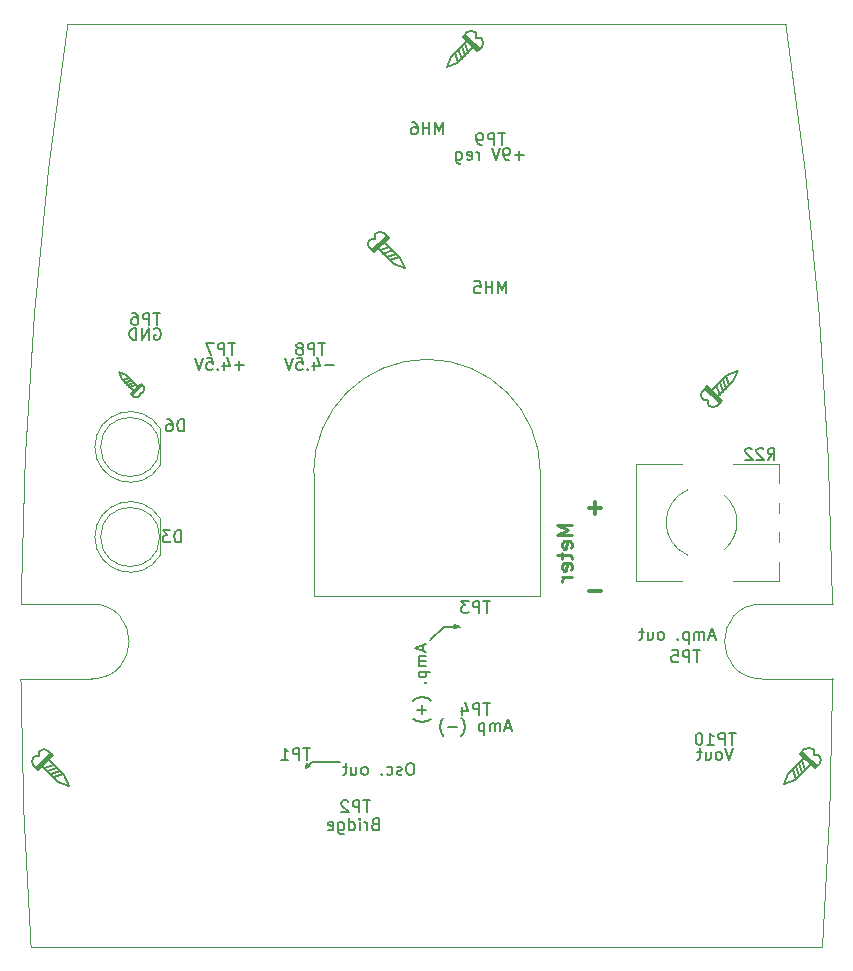
<source format=gbr>
G04 #@! TF.FileFunction,Legend,Bot*
%FSLAX46Y46*%
G04 Gerber Fmt 4.6, Leading zero omitted, Abs format (unit mm)*
G04 Created by KiCad (PCBNEW 4.0.7-e2-6376~61~ubuntu18.04.1) date Fri Jan 25 16:45:16 2019*
%MOMM*%
%LPD*%
G01*
G04 APERTURE LIST*
%ADD10C,0.100000*%
%ADD11C,0.200000*%
%ADD12C,0.300000*%
%ADD13C,0.250000*%
%ADD14C,0.120000*%
%ADD15C,0.150000*%
G04 APERTURE END LIST*
D10*
D11*
X154813000Y-99060000D02*
X156210000Y-99060000D01*
X153670000Y-100203000D02*
X154813000Y-99060000D01*
X156210000Y-99060000D02*
X155702000Y-99187000D01*
X156210000Y-99060000D02*
X155702000Y-98933000D01*
X143637000Y-110490000D02*
X146050000Y-110490000D01*
X143129000Y-110998000D02*
X143637000Y-110490000D01*
X143129000Y-110998000D02*
X143510000Y-110871000D01*
X143129000Y-110998000D02*
X143256000Y-110617000D01*
D12*
X168135238Y-88992857D02*
X167144762Y-88992857D01*
X167640000Y-89488095D02*
X167640000Y-88497619D01*
X168135238Y-95977857D02*
X167144762Y-95977857D01*
D13*
X165688095Y-90388572D02*
X164388095Y-90388572D01*
X165316667Y-90821905D01*
X164388095Y-91255238D01*
X165688095Y-91255238D01*
X165626190Y-92369524D02*
X165688095Y-92245714D01*
X165688095Y-91998095D01*
X165626190Y-91874286D01*
X165502381Y-91812381D01*
X165007143Y-91812381D01*
X164883333Y-91874286D01*
X164821429Y-91998095D01*
X164821429Y-92245714D01*
X164883333Y-92369524D01*
X165007143Y-92431429D01*
X165130952Y-92431429D01*
X165254762Y-91812381D01*
X164821429Y-92802858D02*
X164821429Y-93298096D01*
X164388095Y-92988572D02*
X165502381Y-92988572D01*
X165626190Y-93050477D01*
X165688095Y-93174286D01*
X165688095Y-93298096D01*
X165626190Y-94226667D02*
X165688095Y-94102857D01*
X165688095Y-93855238D01*
X165626190Y-93731429D01*
X165502381Y-93669524D01*
X165007143Y-93669524D01*
X164883333Y-93731429D01*
X164821429Y-93855238D01*
X164821429Y-94102857D01*
X164883333Y-94226667D01*
X165007143Y-94288572D01*
X165130952Y-94288572D01*
X165254762Y-93669524D01*
X165688095Y-94845715D02*
X164821429Y-94845715D01*
X165069048Y-94845715D02*
X164945238Y-94907620D01*
X164883333Y-94969524D01*
X164821429Y-95093334D01*
X164821429Y-95217143D01*
D10*
X153400000Y-76400000D02*
G75*
G03X143800000Y-86000000I0J-9600000D01*
G01*
X163000000Y-86000000D02*
G75*
G03X153400000Y-76400000I-9600000J0D01*
G01*
X143800000Y-96400000D02*
X143800000Y-86000000D01*
X163000000Y-96400000D02*
X163000000Y-86000000D01*
X143800000Y-96400000D02*
X163000000Y-96400000D01*
X119038933Y-97119337D02*
G75*
G02X123000000Y-48000000I357321529J-4095632D01*
G01*
X183777337Y-48000000D02*
X123000000Y-48000000D01*
X183777337Y-48000000D02*
G75*
G02X187738404Y-97119337I-353360462J-53214969D01*
G01*
X181762789Y-97119337D02*
X187738404Y-97119337D01*
X181762789Y-103444787D02*
G75*
G02X181762789Y-97119337I0J3162725D01*
G01*
X187754918Y-103444786D02*
X181762789Y-103444786D01*
X187754919Y-103444787D02*
G75*
G02X186888669Y-126181137I-357338044J2229818D01*
G01*
X119888669Y-126181137D02*
X186888669Y-126181137D01*
X119888669Y-126181136D02*
G75*
G02X119022419Y-103444786I356471793J24966167D01*
G01*
X125014548Y-103444786D02*
X119022419Y-103444786D01*
X125014548Y-97119338D02*
G75*
G02X125014548Y-103444786I0J-3162724D01*
G01*
X119038933Y-97119337D02*
X125014548Y-97119337D01*
D14*
X175478018Y-87447568D02*
G75*
G03X175477000Y-92972000I1171982J-2762432D01*
G01*
X178578295Y-92507753D02*
G75*
G03X178578000Y-87912000I-1928295J2297753D01*
G01*
X183210000Y-85249000D02*
X179344000Y-85249000D01*
X174955000Y-85249000D02*
X171090000Y-85249000D01*
X183210000Y-95170000D02*
X179344000Y-95170000D01*
X174955000Y-95170000D02*
X171090000Y-95170000D01*
X183210000Y-85249000D02*
X183210000Y-86885000D01*
X183210000Y-88535000D02*
X183210000Y-89385000D01*
X183210000Y-91035000D02*
X183210000Y-91885000D01*
X183210000Y-93535000D02*
X183210000Y-95170000D01*
X171090000Y-85249000D02*
X171090000Y-95170000D01*
D15*
X128211013Y-78722723D02*
X128749828Y-78543118D01*
X128031408Y-78543118D02*
X128570223Y-78363513D01*
X127851803Y-78363513D02*
X128390618Y-78183908D01*
X127672197Y-78183908D02*
X128211013Y-78004303D01*
X129019236Y-79530946D02*
X129109038Y-79441144D01*
X129109038Y-79441144D02*
X129109038Y-79261538D01*
X129109038Y-79261538D02*
X129288644Y-79261538D01*
X129288644Y-79261538D02*
X129378446Y-79171736D01*
X129019236Y-79530946D02*
G75*
G02X128480420Y-79530946I-269408J269408D01*
G01*
X129378446Y-78632920D02*
G75*
G02X129378446Y-79171736I-269408J-269408D01*
G01*
X128300815Y-79351341D02*
X128480420Y-79530946D01*
X129198841Y-78453315D02*
X129378446Y-78632920D01*
X128390618Y-79441144D02*
X129288644Y-78543118D01*
X128300815Y-79351341D02*
X129198841Y-78453315D01*
X127941605Y-77734895D02*
X128929433Y-78722723D01*
X127582395Y-78094105D02*
X128570223Y-79081933D01*
X127312987Y-77465487D02*
X127582395Y-78094105D01*
X127312987Y-77465487D02*
X127941605Y-77734895D01*
D14*
X125280000Y-91440462D02*
G75*
G02X130830000Y-89895170I2990000J462D01*
G01*
X125280000Y-91439538D02*
G75*
G03X130830000Y-92984830I2990000J-462D01*
G01*
X130770000Y-91440000D02*
G75*
G03X130770000Y-91440000I-2500000J0D01*
G01*
X130830000Y-89895000D02*
X130830000Y-92985000D01*
X125280000Y-83820462D02*
G75*
G02X130830000Y-82275170I2990000J462D01*
G01*
X125280000Y-83819538D02*
G75*
G03X130830000Y-85364830I2990000J-462D01*
G01*
X130770000Y-83820000D02*
G75*
G03X130770000Y-83820000I-2500000J0D01*
G01*
X130830000Y-82275000D02*
X130830000Y-85365000D01*
D11*
X157857261Y-50155974D02*
X156600026Y-48898739D01*
X157767459Y-50245777D02*
X156510223Y-48988541D01*
X157677656Y-50335580D02*
X156420420Y-49078344D01*
X157587854Y-48808936D02*
X157498051Y-48719133D01*
X158036867Y-49257949D02*
X157947064Y-49168146D01*
X157947064Y-49168146D02*
X157587854Y-49168146D01*
X157587854Y-49168146D02*
X157587854Y-48808936D01*
D15*
X155432592Y-50784592D02*
X156779631Y-49437554D01*
X155971408Y-51323408D02*
X157318446Y-49976369D01*
X156869433Y-50425382D02*
X156600026Y-49617159D01*
X156600026Y-50694790D02*
X156330618Y-49886567D01*
X156330618Y-50964197D02*
X156061210Y-50155974D01*
X156061210Y-51233605D02*
X155791803Y-50425382D01*
X155073382Y-51682618D02*
X155432592Y-50784592D01*
X155073382Y-51682618D02*
X155971408Y-51323408D01*
D11*
X158036866Y-49257948D02*
G75*
G02X158036867Y-49976369I-359210J-359211D01*
G01*
X156779630Y-48719134D02*
G75*
G02X157498051Y-48719133I359211J-359210D01*
G01*
X157677656Y-50335580D02*
X158036867Y-49976369D01*
X156420420Y-49078344D02*
X156779631Y-48719133D01*
X149977974Y-65916739D02*
X148720739Y-67173974D01*
X150067777Y-66006541D02*
X148810541Y-67263777D01*
X150157580Y-66096344D02*
X148900344Y-67353580D01*
X148630936Y-66186146D02*
X148541133Y-66275949D01*
X149079949Y-65737133D02*
X148990146Y-65826936D01*
X148990146Y-65826936D02*
X148990146Y-66186146D01*
X148990146Y-66186146D02*
X148630936Y-66186146D01*
D15*
X150606592Y-68341408D02*
X149259554Y-66994369D01*
X151145408Y-67802592D02*
X149798369Y-66455554D01*
X150247382Y-66904567D02*
X149439159Y-67173974D01*
X150516790Y-67173974D02*
X149708567Y-67443382D01*
X150786197Y-67443382D02*
X149977974Y-67712790D01*
X151055605Y-67712790D02*
X150247382Y-67982197D01*
X151504618Y-68700618D02*
X150606592Y-68341408D01*
X151504618Y-68700618D02*
X151145408Y-67802592D01*
D11*
X149079948Y-65737134D02*
G75*
G02X149798369Y-65737133I359211J-359210D01*
G01*
X148541134Y-66994370D02*
G75*
G02X148541133Y-66275949I359210J359211D01*
G01*
X150157580Y-66096344D02*
X149798369Y-65737133D01*
X148900344Y-67353580D02*
X148541133Y-66994369D01*
X176914739Y-78876026D02*
X178171974Y-80133261D01*
X177004541Y-78786223D02*
X178261777Y-80043459D01*
X177094344Y-78696420D02*
X178351580Y-79953656D01*
X177184146Y-80223064D02*
X177273949Y-80312867D01*
X176735133Y-79774051D02*
X176824936Y-79863854D01*
X176824936Y-79863854D02*
X177184146Y-79863854D01*
X177184146Y-79863854D02*
X177184146Y-80223064D01*
D15*
X179339408Y-78247408D02*
X177992369Y-79594446D01*
X178800592Y-77708592D02*
X177453554Y-79055631D01*
X177902567Y-78606618D02*
X178171974Y-79414841D01*
X178171974Y-78337210D02*
X178441382Y-79145433D01*
X178441382Y-78067803D02*
X178710790Y-78876026D01*
X178710790Y-77798395D02*
X178980197Y-78606618D01*
X179698618Y-77349382D02*
X179339408Y-78247408D01*
X179698618Y-77349382D02*
X178800592Y-77708592D01*
D11*
X176735134Y-79774052D02*
G75*
G02X176735133Y-79055631I359210J359211D01*
G01*
X177992370Y-80312866D02*
G75*
G02X177273949Y-80312867I-359211J359210D01*
G01*
X177094344Y-78696420D02*
X176735133Y-79055631D01*
X178351580Y-79953656D02*
X177992369Y-80312867D01*
X186432261Y-110861974D02*
X185175026Y-109604739D01*
X186342459Y-110951777D02*
X185085223Y-109694541D01*
X186252656Y-111041580D02*
X184995420Y-109784344D01*
X186162854Y-109514936D02*
X186073051Y-109425133D01*
X186611867Y-109963949D02*
X186522064Y-109874146D01*
X186522064Y-109874146D02*
X186162854Y-109874146D01*
X186162854Y-109874146D02*
X186162854Y-109514936D01*
D15*
X184007592Y-111490592D02*
X185354631Y-110143554D01*
X184546408Y-112029408D02*
X185893446Y-110682369D01*
X185444433Y-111131382D02*
X185175026Y-110323159D01*
X185175026Y-111400790D02*
X184905618Y-110592567D01*
X184905618Y-111670197D02*
X184636210Y-110861974D01*
X184636210Y-111939605D02*
X184366803Y-111131382D01*
X183648382Y-112388618D02*
X184007592Y-111490592D01*
X183648382Y-112388618D02*
X184546408Y-112029408D01*
D11*
X186611866Y-109963948D02*
G75*
G02X186611867Y-110682369I-359210J-359211D01*
G01*
X185354630Y-109425134D02*
G75*
G02X186073051Y-109425133I359211J-359210D01*
G01*
X186252656Y-111041580D02*
X186611867Y-110682369D01*
X184995420Y-109784344D02*
X185354631Y-109425133D01*
X121529974Y-109731739D02*
X120272739Y-110988974D01*
X121619777Y-109821541D02*
X120362541Y-111078777D01*
X121709580Y-109911344D02*
X120452344Y-111168580D01*
X120182936Y-110001146D02*
X120093133Y-110090949D01*
X120631949Y-109552133D02*
X120542146Y-109641936D01*
X120542146Y-109641936D02*
X120542146Y-110001146D01*
X120542146Y-110001146D02*
X120182936Y-110001146D01*
D15*
X122158592Y-112156408D02*
X120811554Y-110809369D01*
X122697408Y-111617592D02*
X121350369Y-110270554D01*
X121799382Y-110719567D02*
X120991159Y-110988974D01*
X122068790Y-110988974D02*
X121260567Y-111258382D01*
X122338197Y-111258382D02*
X121529974Y-111527790D01*
X122607605Y-111527790D02*
X121799382Y-111797197D01*
X123056618Y-112515618D02*
X122158592Y-112156408D01*
X123056618Y-112515618D02*
X122697408Y-111617592D01*
D11*
X120631948Y-109552134D02*
G75*
G02X121350369Y-109552133I359211J-359210D01*
G01*
X120093134Y-110809370D02*
G75*
G02X120093133Y-110090949I359210J359211D01*
G01*
X121709580Y-109911344D02*
X121350369Y-109552133D01*
X120452344Y-111168580D02*
X120093133Y-110809369D01*
D15*
X182252857Y-84907381D02*
X182586191Y-84431190D01*
X182824286Y-84907381D02*
X182824286Y-83907381D01*
X182443333Y-83907381D01*
X182348095Y-83955000D01*
X182300476Y-84002619D01*
X182252857Y-84097857D01*
X182252857Y-84240714D01*
X182300476Y-84335952D01*
X182348095Y-84383571D01*
X182443333Y-84431190D01*
X182824286Y-84431190D01*
X181871905Y-84002619D02*
X181824286Y-83955000D01*
X181729048Y-83907381D01*
X181490952Y-83907381D01*
X181395714Y-83955000D01*
X181348095Y-84002619D01*
X181300476Y-84097857D01*
X181300476Y-84193095D01*
X181348095Y-84335952D01*
X181919524Y-84907381D01*
X181300476Y-84907381D01*
X180919524Y-84002619D02*
X180871905Y-83955000D01*
X180776667Y-83907381D01*
X180538571Y-83907381D01*
X180443333Y-83955000D01*
X180395714Y-84002619D01*
X180348095Y-84097857D01*
X180348095Y-84193095D01*
X180395714Y-84335952D01*
X180967143Y-84907381D01*
X180348095Y-84907381D01*
X132564095Y-91892381D02*
X132564095Y-90892381D01*
X132326000Y-90892381D01*
X132183142Y-90940000D01*
X132087904Y-91035238D01*
X132040285Y-91130476D01*
X131992666Y-91320952D01*
X131992666Y-91463810D01*
X132040285Y-91654286D01*
X132087904Y-91749524D01*
X132183142Y-91844762D01*
X132326000Y-91892381D01*
X132564095Y-91892381D01*
X131659333Y-90892381D02*
X131040285Y-90892381D01*
X131373619Y-91273333D01*
X131230761Y-91273333D01*
X131135523Y-91320952D01*
X131087904Y-91368571D01*
X131040285Y-91463810D01*
X131040285Y-91701905D01*
X131087904Y-91797143D01*
X131135523Y-91844762D01*
X131230761Y-91892381D01*
X131516476Y-91892381D01*
X131611714Y-91844762D01*
X131659333Y-91797143D01*
X132818095Y-82494381D02*
X132818095Y-81494381D01*
X132580000Y-81494381D01*
X132437142Y-81542000D01*
X132341904Y-81637238D01*
X132294285Y-81732476D01*
X132246666Y-81922952D01*
X132246666Y-82065810D01*
X132294285Y-82256286D01*
X132341904Y-82351524D01*
X132437142Y-82446762D01*
X132580000Y-82494381D01*
X132818095Y-82494381D01*
X131389523Y-81494381D02*
X131580000Y-81494381D01*
X131675238Y-81542000D01*
X131722857Y-81589619D01*
X131818095Y-81732476D01*
X131865714Y-81922952D01*
X131865714Y-82303905D01*
X131818095Y-82399143D01*
X131770476Y-82446762D01*
X131675238Y-82494381D01*
X131484761Y-82494381D01*
X131389523Y-82446762D01*
X131341904Y-82399143D01*
X131294285Y-82303905D01*
X131294285Y-82065810D01*
X131341904Y-81970571D01*
X131389523Y-81922952D01*
X131484761Y-81875333D01*
X131675238Y-81875333D01*
X131770476Y-81922952D01*
X131818095Y-81970571D01*
X131865714Y-82065810D01*
X143501905Y-109307381D02*
X142930476Y-109307381D01*
X143216191Y-110307381D02*
X143216191Y-109307381D01*
X142597143Y-110307381D02*
X142597143Y-109307381D01*
X142216190Y-109307381D01*
X142120952Y-109355000D01*
X142073333Y-109402619D01*
X142025714Y-109497857D01*
X142025714Y-109640714D01*
X142073333Y-109735952D01*
X142120952Y-109783571D01*
X142216190Y-109831190D01*
X142597143Y-109831190D01*
X141073333Y-110307381D02*
X141644762Y-110307381D01*
X141359048Y-110307381D02*
X141359048Y-109307381D01*
X141454286Y-109450238D01*
X141549524Y-109545476D01*
X141644762Y-109593095D01*
X152090096Y-110577381D02*
X151899619Y-110577381D01*
X151804381Y-110625000D01*
X151709143Y-110720238D01*
X151661524Y-110910714D01*
X151661524Y-111244048D01*
X151709143Y-111434524D01*
X151804381Y-111529762D01*
X151899619Y-111577381D01*
X152090096Y-111577381D01*
X152185334Y-111529762D01*
X152280572Y-111434524D01*
X152328191Y-111244048D01*
X152328191Y-110910714D01*
X152280572Y-110720238D01*
X152185334Y-110625000D01*
X152090096Y-110577381D01*
X151280572Y-111529762D02*
X151185334Y-111577381D01*
X150994858Y-111577381D01*
X150899619Y-111529762D01*
X150852000Y-111434524D01*
X150852000Y-111386905D01*
X150899619Y-111291667D01*
X150994858Y-111244048D01*
X151137715Y-111244048D01*
X151232953Y-111196429D01*
X151280572Y-111101190D01*
X151280572Y-111053571D01*
X151232953Y-110958333D01*
X151137715Y-110910714D01*
X150994858Y-110910714D01*
X150899619Y-110958333D01*
X149994857Y-111529762D02*
X150090095Y-111577381D01*
X150280572Y-111577381D01*
X150375810Y-111529762D01*
X150423429Y-111482143D01*
X150471048Y-111386905D01*
X150471048Y-111101190D01*
X150423429Y-111005952D01*
X150375810Y-110958333D01*
X150280572Y-110910714D01*
X150090095Y-110910714D01*
X149994857Y-110958333D01*
X149566286Y-111482143D02*
X149518667Y-111529762D01*
X149566286Y-111577381D01*
X149613905Y-111529762D01*
X149566286Y-111482143D01*
X149566286Y-111577381D01*
X148185334Y-111577381D02*
X148280572Y-111529762D01*
X148328191Y-111482143D01*
X148375810Y-111386905D01*
X148375810Y-111101190D01*
X148328191Y-111005952D01*
X148280572Y-110958333D01*
X148185334Y-110910714D01*
X148042476Y-110910714D01*
X147947238Y-110958333D01*
X147899619Y-111005952D01*
X147852000Y-111101190D01*
X147852000Y-111386905D01*
X147899619Y-111482143D01*
X147947238Y-111529762D01*
X148042476Y-111577381D01*
X148185334Y-111577381D01*
X146994857Y-110910714D02*
X146994857Y-111577381D01*
X147423429Y-110910714D02*
X147423429Y-111434524D01*
X147375810Y-111529762D01*
X147280572Y-111577381D01*
X147137714Y-111577381D01*
X147042476Y-111529762D01*
X146994857Y-111482143D01*
X146661524Y-110910714D02*
X146280572Y-110910714D01*
X146518667Y-110577381D02*
X146518667Y-111434524D01*
X146471048Y-111529762D01*
X146375810Y-111577381D01*
X146280572Y-111577381D01*
X148581905Y-113752381D02*
X148010476Y-113752381D01*
X148296191Y-114752381D02*
X148296191Y-113752381D01*
X147677143Y-114752381D02*
X147677143Y-113752381D01*
X147296190Y-113752381D01*
X147200952Y-113800000D01*
X147153333Y-113847619D01*
X147105714Y-113942857D01*
X147105714Y-114085714D01*
X147153333Y-114180952D01*
X147200952Y-114228571D01*
X147296190Y-114276190D01*
X147677143Y-114276190D01*
X146724762Y-113847619D02*
X146677143Y-113800000D01*
X146581905Y-113752381D01*
X146343809Y-113752381D01*
X146248571Y-113800000D01*
X146200952Y-113847619D01*
X146153333Y-113942857D01*
X146153333Y-114038095D01*
X146200952Y-114180952D01*
X146772381Y-114752381D01*
X146153333Y-114752381D01*
X149002523Y-115752571D02*
X148859666Y-115800190D01*
X148812047Y-115847810D01*
X148764428Y-115943048D01*
X148764428Y-116085905D01*
X148812047Y-116181143D01*
X148859666Y-116228762D01*
X148954904Y-116276381D01*
X149335857Y-116276381D01*
X149335857Y-115276381D01*
X149002523Y-115276381D01*
X148907285Y-115324000D01*
X148859666Y-115371619D01*
X148812047Y-115466857D01*
X148812047Y-115562095D01*
X148859666Y-115657333D01*
X148907285Y-115704952D01*
X149002523Y-115752571D01*
X149335857Y-115752571D01*
X148335857Y-116276381D02*
X148335857Y-115609714D01*
X148335857Y-115800190D02*
X148288238Y-115704952D01*
X148240619Y-115657333D01*
X148145381Y-115609714D01*
X148050142Y-115609714D01*
X147716809Y-116276381D02*
X147716809Y-115609714D01*
X147716809Y-115276381D02*
X147764428Y-115324000D01*
X147716809Y-115371619D01*
X147669190Y-115324000D01*
X147716809Y-115276381D01*
X147716809Y-115371619D01*
X146812047Y-116276381D02*
X146812047Y-115276381D01*
X146812047Y-116228762D02*
X146907285Y-116276381D01*
X147097762Y-116276381D01*
X147193000Y-116228762D01*
X147240619Y-116181143D01*
X147288238Y-116085905D01*
X147288238Y-115800190D01*
X147240619Y-115704952D01*
X147193000Y-115657333D01*
X147097762Y-115609714D01*
X146907285Y-115609714D01*
X146812047Y-115657333D01*
X145907285Y-115609714D02*
X145907285Y-116419238D01*
X145954904Y-116514476D01*
X146002523Y-116562095D01*
X146097762Y-116609714D01*
X146240619Y-116609714D01*
X146335857Y-116562095D01*
X145907285Y-116228762D02*
X146002523Y-116276381D01*
X146193000Y-116276381D01*
X146288238Y-116228762D01*
X146335857Y-116181143D01*
X146383476Y-116085905D01*
X146383476Y-115800190D01*
X146335857Y-115704952D01*
X146288238Y-115657333D01*
X146193000Y-115609714D01*
X146002523Y-115609714D01*
X145907285Y-115657333D01*
X145050142Y-116228762D02*
X145145380Y-116276381D01*
X145335857Y-116276381D01*
X145431095Y-116228762D01*
X145478714Y-116133524D01*
X145478714Y-115752571D01*
X145431095Y-115657333D01*
X145335857Y-115609714D01*
X145145380Y-115609714D01*
X145050142Y-115657333D01*
X145002523Y-115752571D01*
X145002523Y-115847810D01*
X145478714Y-115943048D01*
X158741905Y-96861381D02*
X158170476Y-96861381D01*
X158456191Y-97861381D02*
X158456191Y-96861381D01*
X157837143Y-97861381D02*
X157837143Y-96861381D01*
X157456190Y-96861381D01*
X157360952Y-96909000D01*
X157313333Y-96956619D01*
X157265714Y-97051857D01*
X157265714Y-97194714D01*
X157313333Y-97289952D01*
X157360952Y-97337571D01*
X157456190Y-97385190D01*
X157837143Y-97385190D01*
X156932381Y-96861381D02*
X156313333Y-96861381D01*
X156646667Y-97242333D01*
X156503809Y-97242333D01*
X156408571Y-97289952D01*
X156360952Y-97337571D01*
X156313333Y-97432810D01*
X156313333Y-97670905D01*
X156360952Y-97766143D01*
X156408571Y-97813762D01*
X156503809Y-97861381D01*
X156789524Y-97861381D01*
X156884762Y-97813762D01*
X156932381Y-97766143D01*
X153074667Y-100624095D02*
X153074667Y-101100286D01*
X153360381Y-100528857D02*
X152360381Y-100862190D01*
X153360381Y-101195524D01*
X153360381Y-101528857D02*
X152693714Y-101528857D01*
X152788952Y-101528857D02*
X152741333Y-101576476D01*
X152693714Y-101671714D01*
X152693714Y-101814572D01*
X152741333Y-101909810D01*
X152836571Y-101957429D01*
X153360381Y-101957429D01*
X152836571Y-101957429D02*
X152741333Y-102005048D01*
X152693714Y-102100286D01*
X152693714Y-102243143D01*
X152741333Y-102338381D01*
X152836571Y-102386000D01*
X153360381Y-102386000D01*
X152693714Y-102862190D02*
X153693714Y-102862190D01*
X152741333Y-102862190D02*
X152693714Y-102957428D01*
X152693714Y-103147905D01*
X152741333Y-103243143D01*
X152788952Y-103290762D01*
X152884190Y-103338381D01*
X153169905Y-103338381D01*
X153265143Y-103290762D01*
X153312762Y-103243143D01*
X153360381Y-103147905D01*
X153360381Y-102957428D01*
X153312762Y-102862190D01*
X153265143Y-103766952D02*
X153312762Y-103814571D01*
X153360381Y-103766952D01*
X153312762Y-103719333D01*
X153265143Y-103766952D01*
X153360381Y-103766952D01*
X153741333Y-105290762D02*
X153693714Y-105243142D01*
X153550857Y-105147904D01*
X153455619Y-105100285D01*
X153312762Y-105052666D01*
X153074667Y-105005047D01*
X152884190Y-105005047D01*
X152646095Y-105052666D01*
X152503238Y-105100285D01*
X152408000Y-105147904D01*
X152265143Y-105243142D01*
X152217524Y-105290762D01*
X152979429Y-105671714D02*
X152979429Y-106433619D01*
X153360381Y-106052667D02*
X152598476Y-106052667D01*
X153741333Y-106814571D02*
X153693714Y-106862190D01*
X153550857Y-106957428D01*
X153455619Y-107005047D01*
X153312762Y-107052666D01*
X153074667Y-107100285D01*
X152884190Y-107100285D01*
X152646095Y-107052666D01*
X152503238Y-107005047D01*
X152408000Y-106957428D01*
X152265143Y-106862190D01*
X152217524Y-106814571D01*
X158741905Y-105497381D02*
X158170476Y-105497381D01*
X158456191Y-106497381D02*
X158456191Y-105497381D01*
X157837143Y-106497381D02*
X157837143Y-105497381D01*
X157456190Y-105497381D01*
X157360952Y-105545000D01*
X157313333Y-105592619D01*
X157265714Y-105687857D01*
X157265714Y-105830714D01*
X157313333Y-105925952D01*
X157360952Y-105973571D01*
X157456190Y-106021190D01*
X157837143Y-106021190D01*
X156408571Y-105830714D02*
X156408571Y-106497381D01*
X156646667Y-105449762D02*
X156884762Y-106164048D01*
X156265714Y-106164048D01*
X160503810Y-107608667D02*
X160027619Y-107608667D01*
X160599048Y-107894381D02*
X160265715Y-106894381D01*
X159932381Y-107894381D01*
X159599048Y-107894381D02*
X159599048Y-107227714D01*
X159599048Y-107322952D02*
X159551429Y-107275333D01*
X159456191Y-107227714D01*
X159313333Y-107227714D01*
X159218095Y-107275333D01*
X159170476Y-107370571D01*
X159170476Y-107894381D01*
X159170476Y-107370571D02*
X159122857Y-107275333D01*
X159027619Y-107227714D01*
X158884762Y-107227714D01*
X158789524Y-107275333D01*
X158741905Y-107370571D01*
X158741905Y-107894381D01*
X158265715Y-107227714D02*
X158265715Y-108227714D01*
X158265715Y-107275333D02*
X158170477Y-107227714D01*
X157980000Y-107227714D01*
X157884762Y-107275333D01*
X157837143Y-107322952D01*
X157789524Y-107418190D01*
X157789524Y-107703905D01*
X157837143Y-107799143D01*
X157884762Y-107846762D01*
X157980000Y-107894381D01*
X158170477Y-107894381D01*
X158265715Y-107846762D01*
X156313333Y-108275333D02*
X156360953Y-108227714D01*
X156456191Y-108084857D01*
X156503810Y-107989619D01*
X156551429Y-107846762D01*
X156599048Y-107608667D01*
X156599048Y-107418190D01*
X156551429Y-107180095D01*
X156503810Y-107037238D01*
X156456191Y-106942000D01*
X156360953Y-106799143D01*
X156313333Y-106751524D01*
X155932381Y-107513429D02*
X155170476Y-107513429D01*
X154789524Y-108275333D02*
X154741905Y-108227714D01*
X154646667Y-108084857D01*
X154599048Y-107989619D01*
X154551429Y-107846762D01*
X154503810Y-107608667D01*
X154503810Y-107418190D01*
X154551429Y-107180095D01*
X154599048Y-107037238D01*
X154646667Y-106942000D01*
X154741905Y-106799143D01*
X154789524Y-106751524D01*
X176521905Y-101052381D02*
X175950476Y-101052381D01*
X176236191Y-102052381D02*
X176236191Y-101052381D01*
X175617143Y-102052381D02*
X175617143Y-101052381D01*
X175236190Y-101052381D01*
X175140952Y-101100000D01*
X175093333Y-101147619D01*
X175045714Y-101242857D01*
X175045714Y-101385714D01*
X175093333Y-101480952D01*
X175140952Y-101528571D01*
X175236190Y-101576190D01*
X175617143Y-101576190D01*
X174140952Y-101052381D02*
X174617143Y-101052381D01*
X174664762Y-101528571D01*
X174617143Y-101480952D01*
X174521905Y-101433333D01*
X174283809Y-101433333D01*
X174188571Y-101480952D01*
X174140952Y-101528571D01*
X174093333Y-101623810D01*
X174093333Y-101861905D01*
X174140952Y-101957143D01*
X174188571Y-102004762D01*
X174283809Y-102052381D01*
X174521905Y-102052381D01*
X174617143Y-102004762D01*
X174664762Y-101957143D01*
X177791667Y-99861667D02*
X177315476Y-99861667D01*
X177886905Y-100147381D02*
X177553572Y-99147381D01*
X177220238Y-100147381D01*
X176886905Y-100147381D02*
X176886905Y-99480714D01*
X176886905Y-99575952D02*
X176839286Y-99528333D01*
X176744048Y-99480714D01*
X176601190Y-99480714D01*
X176505952Y-99528333D01*
X176458333Y-99623571D01*
X176458333Y-100147381D01*
X176458333Y-99623571D02*
X176410714Y-99528333D01*
X176315476Y-99480714D01*
X176172619Y-99480714D01*
X176077381Y-99528333D01*
X176029762Y-99623571D01*
X176029762Y-100147381D01*
X175553572Y-99480714D02*
X175553572Y-100480714D01*
X175553572Y-99528333D02*
X175458334Y-99480714D01*
X175267857Y-99480714D01*
X175172619Y-99528333D01*
X175125000Y-99575952D01*
X175077381Y-99671190D01*
X175077381Y-99956905D01*
X175125000Y-100052143D01*
X175172619Y-100099762D01*
X175267857Y-100147381D01*
X175458334Y-100147381D01*
X175553572Y-100099762D01*
X174648810Y-100052143D02*
X174601191Y-100099762D01*
X174648810Y-100147381D01*
X174696429Y-100099762D01*
X174648810Y-100052143D01*
X174648810Y-100147381D01*
X173267858Y-100147381D02*
X173363096Y-100099762D01*
X173410715Y-100052143D01*
X173458334Y-99956905D01*
X173458334Y-99671190D01*
X173410715Y-99575952D01*
X173363096Y-99528333D01*
X173267858Y-99480714D01*
X173125000Y-99480714D01*
X173029762Y-99528333D01*
X172982143Y-99575952D01*
X172934524Y-99671190D01*
X172934524Y-99956905D01*
X172982143Y-100052143D01*
X173029762Y-100099762D01*
X173125000Y-100147381D01*
X173267858Y-100147381D01*
X172077381Y-99480714D02*
X172077381Y-100147381D01*
X172505953Y-99480714D02*
X172505953Y-100004524D01*
X172458334Y-100099762D01*
X172363096Y-100147381D01*
X172220238Y-100147381D01*
X172125000Y-100099762D01*
X172077381Y-100052143D01*
X171744048Y-99480714D02*
X171363096Y-99480714D01*
X171601191Y-99147381D02*
X171601191Y-100004524D01*
X171553572Y-100099762D01*
X171458334Y-100147381D01*
X171363096Y-100147381D01*
X130801905Y-72477381D02*
X130230476Y-72477381D01*
X130516191Y-73477381D02*
X130516191Y-72477381D01*
X129897143Y-73477381D02*
X129897143Y-72477381D01*
X129516190Y-72477381D01*
X129420952Y-72525000D01*
X129373333Y-72572619D01*
X129325714Y-72667857D01*
X129325714Y-72810714D01*
X129373333Y-72905952D01*
X129420952Y-72953571D01*
X129516190Y-73001190D01*
X129897143Y-73001190D01*
X128468571Y-72477381D02*
X128659048Y-72477381D01*
X128754286Y-72525000D01*
X128801905Y-72572619D01*
X128897143Y-72715476D01*
X128944762Y-72905952D01*
X128944762Y-73286905D01*
X128897143Y-73382143D01*
X128849524Y-73429762D01*
X128754286Y-73477381D01*
X128563809Y-73477381D01*
X128468571Y-73429762D01*
X128420952Y-73382143D01*
X128373333Y-73286905D01*
X128373333Y-73048810D01*
X128420952Y-72953571D01*
X128468571Y-72905952D01*
X128563809Y-72858333D01*
X128754286Y-72858333D01*
X128849524Y-72905952D01*
X128897143Y-72953571D01*
X128944762Y-73048810D01*
X130301904Y-73795000D02*
X130397142Y-73747381D01*
X130539999Y-73747381D01*
X130682857Y-73795000D01*
X130778095Y-73890238D01*
X130825714Y-73985476D01*
X130873333Y-74175952D01*
X130873333Y-74318810D01*
X130825714Y-74509286D01*
X130778095Y-74604524D01*
X130682857Y-74699762D01*
X130539999Y-74747381D01*
X130444761Y-74747381D01*
X130301904Y-74699762D01*
X130254285Y-74652143D01*
X130254285Y-74318810D01*
X130444761Y-74318810D01*
X129825714Y-74747381D02*
X129825714Y-73747381D01*
X129254285Y-74747381D01*
X129254285Y-73747381D01*
X128778095Y-74747381D02*
X128778095Y-73747381D01*
X128540000Y-73747381D01*
X128397142Y-73795000D01*
X128301904Y-73890238D01*
X128254285Y-73985476D01*
X128206666Y-74175952D01*
X128206666Y-74318810D01*
X128254285Y-74509286D01*
X128301904Y-74604524D01*
X128397142Y-74699762D01*
X128540000Y-74747381D01*
X128778095Y-74747381D01*
X137151905Y-75017381D02*
X136580476Y-75017381D01*
X136866191Y-76017381D02*
X136866191Y-75017381D01*
X136247143Y-76017381D02*
X136247143Y-75017381D01*
X135866190Y-75017381D01*
X135770952Y-75065000D01*
X135723333Y-75112619D01*
X135675714Y-75207857D01*
X135675714Y-75350714D01*
X135723333Y-75445952D01*
X135770952Y-75493571D01*
X135866190Y-75541190D01*
X136247143Y-75541190D01*
X135342381Y-75017381D02*
X134675714Y-75017381D01*
X135104286Y-76017381D01*
X137890000Y-76906429D02*
X137128095Y-76906429D01*
X137509047Y-77287381D02*
X137509047Y-76525476D01*
X136223333Y-76620714D02*
X136223333Y-77287381D01*
X136461429Y-76239762D02*
X136699524Y-76954048D01*
X136080476Y-76954048D01*
X135699524Y-77192143D02*
X135651905Y-77239762D01*
X135699524Y-77287381D01*
X135747143Y-77239762D01*
X135699524Y-77192143D01*
X135699524Y-77287381D01*
X134747143Y-76287381D02*
X135223334Y-76287381D01*
X135270953Y-76763571D01*
X135223334Y-76715952D01*
X135128096Y-76668333D01*
X134890000Y-76668333D01*
X134794762Y-76715952D01*
X134747143Y-76763571D01*
X134699524Y-76858810D01*
X134699524Y-77096905D01*
X134747143Y-77192143D01*
X134794762Y-77239762D01*
X134890000Y-77287381D01*
X135128096Y-77287381D01*
X135223334Y-77239762D01*
X135270953Y-77192143D01*
X134413810Y-76287381D02*
X134080477Y-77287381D01*
X133747143Y-76287381D01*
X144771905Y-75017381D02*
X144200476Y-75017381D01*
X144486191Y-76017381D02*
X144486191Y-75017381D01*
X143867143Y-76017381D02*
X143867143Y-75017381D01*
X143486190Y-75017381D01*
X143390952Y-75065000D01*
X143343333Y-75112619D01*
X143295714Y-75207857D01*
X143295714Y-75350714D01*
X143343333Y-75445952D01*
X143390952Y-75493571D01*
X143486190Y-75541190D01*
X143867143Y-75541190D01*
X142724286Y-75445952D02*
X142819524Y-75398333D01*
X142867143Y-75350714D01*
X142914762Y-75255476D01*
X142914762Y-75207857D01*
X142867143Y-75112619D01*
X142819524Y-75065000D01*
X142724286Y-75017381D01*
X142533809Y-75017381D01*
X142438571Y-75065000D01*
X142390952Y-75112619D01*
X142343333Y-75207857D01*
X142343333Y-75255476D01*
X142390952Y-75350714D01*
X142438571Y-75398333D01*
X142533809Y-75445952D01*
X142724286Y-75445952D01*
X142819524Y-75493571D01*
X142867143Y-75541190D01*
X142914762Y-75636429D01*
X142914762Y-75826905D01*
X142867143Y-75922143D01*
X142819524Y-75969762D01*
X142724286Y-76017381D01*
X142533809Y-76017381D01*
X142438571Y-75969762D01*
X142390952Y-75922143D01*
X142343333Y-75826905D01*
X142343333Y-75636429D01*
X142390952Y-75541190D01*
X142438571Y-75493571D01*
X142533809Y-75445952D01*
X145510000Y-76906429D02*
X144748095Y-76906429D01*
X143843333Y-76620714D02*
X143843333Y-77287381D01*
X144081429Y-76239762D02*
X144319524Y-76954048D01*
X143700476Y-76954048D01*
X143319524Y-77192143D02*
X143271905Y-77239762D01*
X143319524Y-77287381D01*
X143367143Y-77239762D01*
X143319524Y-77192143D01*
X143319524Y-77287381D01*
X142367143Y-76287381D02*
X142843334Y-76287381D01*
X142890953Y-76763571D01*
X142843334Y-76715952D01*
X142748096Y-76668333D01*
X142510000Y-76668333D01*
X142414762Y-76715952D01*
X142367143Y-76763571D01*
X142319524Y-76858810D01*
X142319524Y-77096905D01*
X142367143Y-77192143D01*
X142414762Y-77239762D01*
X142510000Y-77287381D01*
X142748096Y-77287381D01*
X142843334Y-77239762D01*
X142890953Y-77192143D01*
X142033810Y-76287381D02*
X141700477Y-77287381D01*
X141367143Y-76287381D01*
X160011905Y-57237381D02*
X159440476Y-57237381D01*
X159726191Y-58237381D02*
X159726191Y-57237381D01*
X159107143Y-58237381D02*
X159107143Y-57237381D01*
X158726190Y-57237381D01*
X158630952Y-57285000D01*
X158583333Y-57332619D01*
X158535714Y-57427857D01*
X158535714Y-57570714D01*
X158583333Y-57665952D01*
X158630952Y-57713571D01*
X158726190Y-57761190D01*
X159107143Y-57761190D01*
X158059524Y-58237381D02*
X157869048Y-58237381D01*
X157773809Y-58189762D01*
X157726190Y-58142143D01*
X157630952Y-57999286D01*
X157583333Y-57808810D01*
X157583333Y-57427857D01*
X157630952Y-57332619D01*
X157678571Y-57285000D01*
X157773809Y-57237381D01*
X157964286Y-57237381D01*
X158059524Y-57285000D01*
X158107143Y-57332619D01*
X158154762Y-57427857D01*
X158154762Y-57665952D01*
X158107143Y-57761190D01*
X158059524Y-57808810D01*
X157964286Y-57856429D01*
X157773809Y-57856429D01*
X157678571Y-57808810D01*
X157630952Y-57761190D01*
X157583333Y-57665952D01*
X161607143Y-59126429D02*
X160845238Y-59126429D01*
X161226190Y-59507381D02*
X161226190Y-58745476D01*
X160321429Y-59507381D02*
X160130953Y-59507381D01*
X160035714Y-59459762D01*
X159988095Y-59412143D01*
X159892857Y-59269286D01*
X159845238Y-59078810D01*
X159845238Y-58697857D01*
X159892857Y-58602619D01*
X159940476Y-58555000D01*
X160035714Y-58507381D01*
X160226191Y-58507381D01*
X160321429Y-58555000D01*
X160369048Y-58602619D01*
X160416667Y-58697857D01*
X160416667Y-58935952D01*
X160369048Y-59031190D01*
X160321429Y-59078810D01*
X160226191Y-59126429D01*
X160035714Y-59126429D01*
X159940476Y-59078810D01*
X159892857Y-59031190D01*
X159845238Y-58935952D01*
X159559524Y-58507381D02*
X159226191Y-59507381D01*
X158892857Y-58507381D01*
X157797619Y-59507381D02*
X157797619Y-58840714D01*
X157797619Y-59031190D02*
X157750000Y-58935952D01*
X157702381Y-58888333D01*
X157607143Y-58840714D01*
X157511904Y-58840714D01*
X156797618Y-59459762D02*
X156892856Y-59507381D01*
X157083333Y-59507381D01*
X157178571Y-59459762D01*
X157226190Y-59364524D01*
X157226190Y-58983571D01*
X157178571Y-58888333D01*
X157083333Y-58840714D01*
X156892856Y-58840714D01*
X156797618Y-58888333D01*
X156749999Y-58983571D01*
X156749999Y-59078810D01*
X157226190Y-59174048D01*
X155892856Y-58840714D02*
X155892856Y-59650238D01*
X155940475Y-59745476D01*
X155988094Y-59793095D01*
X156083333Y-59840714D01*
X156226190Y-59840714D01*
X156321428Y-59793095D01*
X155892856Y-59459762D02*
X155988094Y-59507381D01*
X156178571Y-59507381D01*
X156273809Y-59459762D01*
X156321428Y-59412143D01*
X156369047Y-59316905D01*
X156369047Y-59031190D01*
X156321428Y-58935952D01*
X156273809Y-58888333D01*
X156178571Y-58840714D01*
X155988094Y-58840714D01*
X155892856Y-58888333D01*
X179538095Y-108037381D02*
X178966666Y-108037381D01*
X179252381Y-109037381D02*
X179252381Y-108037381D01*
X178633333Y-109037381D02*
X178633333Y-108037381D01*
X178252380Y-108037381D01*
X178157142Y-108085000D01*
X178109523Y-108132619D01*
X178061904Y-108227857D01*
X178061904Y-108370714D01*
X178109523Y-108465952D01*
X178157142Y-108513571D01*
X178252380Y-108561190D01*
X178633333Y-108561190D01*
X177109523Y-109037381D02*
X177680952Y-109037381D01*
X177395238Y-109037381D02*
X177395238Y-108037381D01*
X177490476Y-108180238D01*
X177585714Y-108275476D01*
X177680952Y-108323095D01*
X176490476Y-108037381D02*
X176395237Y-108037381D01*
X176299999Y-108085000D01*
X176252380Y-108132619D01*
X176204761Y-108227857D01*
X176157142Y-108418333D01*
X176157142Y-108656429D01*
X176204761Y-108846905D01*
X176252380Y-108942143D01*
X176299999Y-108989762D01*
X176395237Y-109037381D01*
X176490476Y-109037381D01*
X176585714Y-108989762D01*
X176633333Y-108942143D01*
X176680952Y-108846905D01*
X176728571Y-108656429D01*
X176728571Y-108418333D01*
X176680952Y-108227857D01*
X176633333Y-108132619D01*
X176585714Y-108085000D01*
X176490476Y-108037381D01*
X179323810Y-109307381D02*
X178990477Y-110307381D01*
X178657143Y-109307381D01*
X178180953Y-110307381D02*
X178276191Y-110259762D01*
X178323810Y-110212143D01*
X178371429Y-110116905D01*
X178371429Y-109831190D01*
X178323810Y-109735952D01*
X178276191Y-109688333D01*
X178180953Y-109640714D01*
X178038095Y-109640714D01*
X177942857Y-109688333D01*
X177895238Y-109735952D01*
X177847619Y-109831190D01*
X177847619Y-110116905D01*
X177895238Y-110212143D01*
X177942857Y-110259762D01*
X178038095Y-110307381D01*
X178180953Y-110307381D01*
X176990476Y-109640714D02*
X176990476Y-110307381D01*
X177419048Y-109640714D02*
X177419048Y-110164524D01*
X177371429Y-110259762D01*
X177276191Y-110307381D01*
X177133333Y-110307381D01*
X177038095Y-110259762D01*
X176990476Y-110212143D01*
X176657143Y-109640714D02*
X176276191Y-109640714D01*
X176514286Y-109307381D02*
X176514286Y-110164524D01*
X176466667Y-110259762D01*
X176371429Y-110307381D01*
X176276191Y-110307381D01*
X160083333Y-70810381D02*
X160083333Y-69810381D01*
X159749999Y-70524667D01*
X159416666Y-69810381D01*
X159416666Y-70810381D01*
X158940476Y-70810381D02*
X158940476Y-69810381D01*
X158940476Y-70286571D02*
X158369047Y-70286571D01*
X158369047Y-70810381D02*
X158369047Y-69810381D01*
X157416666Y-69810381D02*
X157892857Y-69810381D01*
X157940476Y-70286571D01*
X157892857Y-70238952D01*
X157797619Y-70191333D01*
X157559523Y-70191333D01*
X157464285Y-70238952D01*
X157416666Y-70286571D01*
X157369047Y-70381810D01*
X157369047Y-70619905D01*
X157416666Y-70715143D01*
X157464285Y-70762762D01*
X157559523Y-70810381D01*
X157797619Y-70810381D01*
X157892857Y-70762762D01*
X157940476Y-70715143D01*
X154749333Y-57348381D02*
X154749333Y-56348381D01*
X154415999Y-57062667D01*
X154082666Y-56348381D01*
X154082666Y-57348381D01*
X153606476Y-57348381D02*
X153606476Y-56348381D01*
X153606476Y-56824571D02*
X153035047Y-56824571D01*
X153035047Y-57348381D02*
X153035047Y-56348381D01*
X152130285Y-56348381D02*
X152320762Y-56348381D01*
X152416000Y-56396000D01*
X152463619Y-56443619D01*
X152558857Y-56586476D01*
X152606476Y-56776952D01*
X152606476Y-57157905D01*
X152558857Y-57253143D01*
X152511238Y-57300762D01*
X152416000Y-57348381D01*
X152225523Y-57348381D01*
X152130285Y-57300762D01*
X152082666Y-57253143D01*
X152035047Y-57157905D01*
X152035047Y-56919810D01*
X152082666Y-56824571D01*
X152130285Y-56776952D01*
X152225523Y-56729333D01*
X152416000Y-56729333D01*
X152511238Y-56776952D01*
X152558857Y-56824571D01*
X152606476Y-56919810D01*
M02*

</source>
